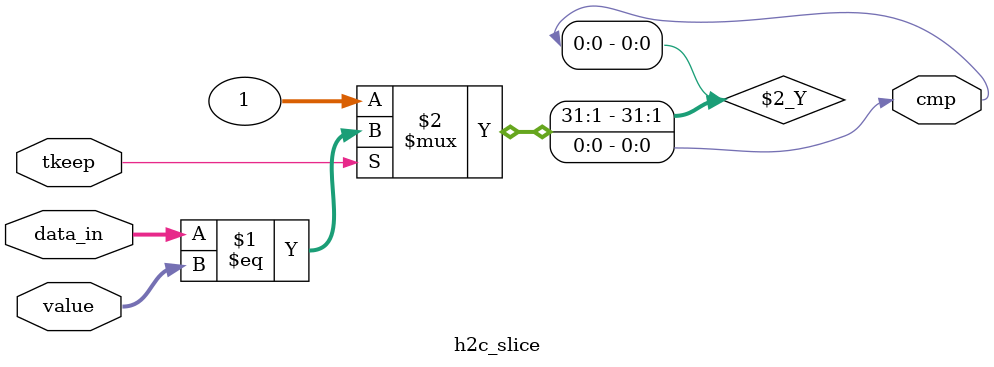
<source format=sv>
`timescale 1 ps / 1 ps

module h2c_slice #
  (
   parameter PATT_WIDTH = 8
   )
   (input [PATT_WIDTH-1:0] data_in,
    input tkeep,
    input [PATT_WIDTH-1:0] value,
    output wire cmp
    );
//wire cmp;
assign cmp = tkeep ? (data_in == value) : 1;

endmodule
</source>
